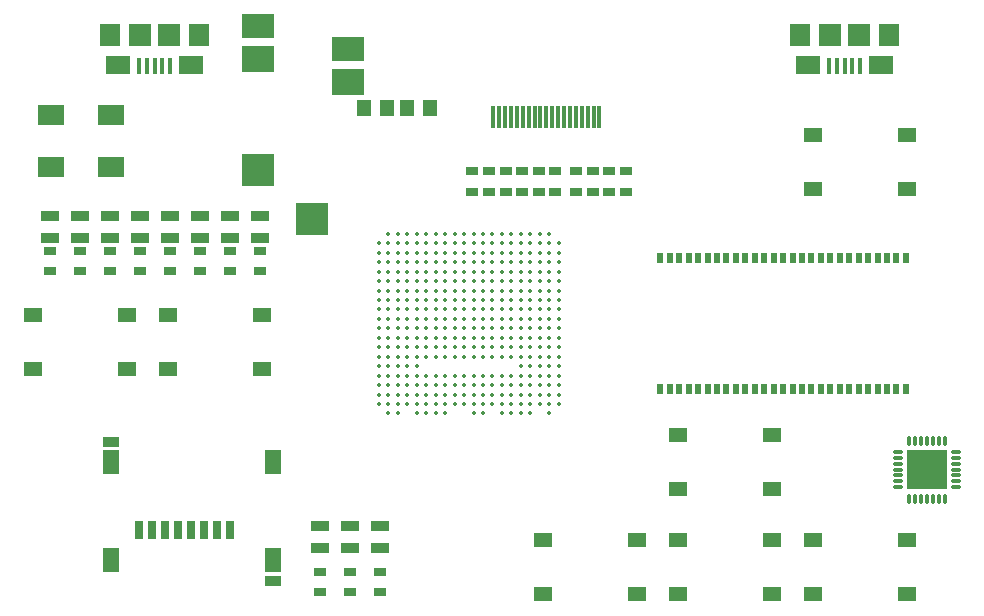
<source format=gtp>
G04 #@! TF.GenerationSoftware,KiCad,Pcbnew,5.0.0-rc2+dfsg1-3*
G04 #@! TF.CreationDate,2018-07-05T08:26:03+02:00*
G04 #@! TF.ProjectId,ulx3s,756C7833732E6B696361645F70636200,rev?*
G04 #@! TF.SameCoordinates,Original*
G04 #@! TF.FileFunction,Paste,Top*
G04 #@! TF.FilePolarity,Positive*
%FSLAX46Y46*%
G04 Gerber Fmt 4.6, Leading zero omitted, Abs format (unit mm)*
G04 Created by KiCad (PCBNEW 5.0.0-rc2+dfsg1-3) date Thu Jul  5 08:26:03 2018*
%MOMM*%
%LPD*%
G01*
G04 APERTURE LIST*
%ADD10R,0.560000X0.900000*%
%ADD11O,0.850000X0.300000*%
%ADD12O,0.300000X0.850000*%
%ADD13R,1.675000X1.675000*%
%ADD14R,1.550000X1.300000*%
%ADD15C,0.350000*%
%ADD16R,2.800000X2.000000*%
%ADD17R,2.800000X2.200000*%
%ADD18R,2.800000X2.800000*%
%ADD19R,0.700000X1.500000*%
%ADD20R,1.450000X0.900000*%
%ADD21R,1.450000X2.000000*%
%ADD22R,2.200000X1.800000*%
%ADD23R,1.000000X0.670000*%
%ADD24R,1.500000X0.970000*%
%ADD25R,0.300000X1.900000*%
%ADD26R,1.295000X1.400000*%
%ADD27R,1.800000X1.900000*%
%ADD28R,0.400000X1.350000*%
%ADD29R,1.900000X1.900000*%
%ADD30R,2.100000X1.600000*%
G04 APERTURE END LIST*
D10*
G04 #@! TO.C,U2*
X175493000Y-82270000D03*
X154693000Y-93330000D03*
X155493000Y-93330000D03*
X156293000Y-93330000D03*
X157093000Y-93330000D03*
X157893000Y-93330000D03*
X158693000Y-93330000D03*
X159493000Y-93330000D03*
X160293000Y-93330000D03*
X161093000Y-93330000D03*
X161893000Y-93330000D03*
X162693000Y-93330000D03*
X163493000Y-93330000D03*
X164293000Y-93330000D03*
X165093000Y-93330000D03*
X165893000Y-93330000D03*
X166693000Y-93330000D03*
X167493000Y-93330000D03*
X168293000Y-93330000D03*
X169093000Y-93330000D03*
X169893000Y-93330000D03*
X170693000Y-93330000D03*
X171493000Y-93330000D03*
X172293000Y-93330000D03*
X173093000Y-93330000D03*
X173893000Y-93330000D03*
X174693000Y-93330000D03*
X175493000Y-93330000D03*
X174693000Y-82270000D03*
X173893000Y-82270000D03*
X173093000Y-82270000D03*
X172293000Y-82270000D03*
X171493000Y-82270000D03*
X170693000Y-82270000D03*
X169893000Y-82270000D03*
X169093000Y-82270000D03*
X168293000Y-82270000D03*
X167493000Y-82270000D03*
X166693000Y-82270000D03*
X165893000Y-82270000D03*
X165093000Y-82270000D03*
X164293000Y-82270000D03*
X163493000Y-82270000D03*
X162693000Y-82270000D03*
X161893000Y-82270000D03*
X161093000Y-82270000D03*
X160293000Y-82270000D03*
X159493000Y-82270000D03*
X158693000Y-82270000D03*
X157893000Y-82270000D03*
X157093000Y-82270000D03*
X156293000Y-82270000D03*
X155493000Y-82270000D03*
X154693000Y-82270000D03*
G04 #@! TD*
D11*
G04 #@! TO.C,U8*
X179735000Y-101655000D03*
X179735000Y-101155000D03*
X179735000Y-100655000D03*
X179735000Y-100155000D03*
X179735000Y-99655000D03*
X179735000Y-99155000D03*
X179735000Y-98655000D03*
D12*
X178785000Y-97705000D03*
X178285000Y-97705000D03*
X177785000Y-97705000D03*
X177285000Y-97705000D03*
X176785000Y-97705000D03*
X176285000Y-97705000D03*
X175785000Y-97705000D03*
D11*
X174835000Y-98655000D03*
X174835000Y-99155000D03*
X174835000Y-99655000D03*
X174835000Y-100155000D03*
X174835000Y-100655000D03*
X174835000Y-101155000D03*
X174835000Y-101655000D03*
D12*
X175785000Y-102605000D03*
X176285000Y-102605000D03*
X176785000Y-102605000D03*
X177285000Y-102605000D03*
X177785000Y-102605000D03*
X178285000Y-102605000D03*
X178785000Y-102605000D03*
D13*
X176447500Y-99317500D03*
X176447500Y-100992500D03*
X178122500Y-99317500D03*
X178122500Y-100992500D03*
G04 #@! TD*
D14*
G04 #@! TO.C,B0*
X175550000Y-71870000D03*
X175550000Y-76370000D03*
X167590000Y-76370000D03*
X167590000Y-71870000D03*
G04 #@! TD*
G04 #@! TO.C,B1*
X101550000Y-91610000D03*
X101550000Y-87110000D03*
X109510000Y-87110000D03*
X109510000Y-91610000D03*
G04 #@! TD*
G04 #@! TO.C,B2*
X112980000Y-91610000D03*
X112980000Y-87110000D03*
X120940000Y-87110000D03*
X120940000Y-91610000D03*
G04 #@! TD*
G04 #@! TO.C,B3*
X156160000Y-101770000D03*
X156160000Y-97270000D03*
X164120000Y-97270000D03*
X164120000Y-101770000D03*
G04 #@! TD*
G04 #@! TO.C,B4*
X164120000Y-106160000D03*
X164120000Y-110660000D03*
X156160000Y-110660000D03*
X156160000Y-106160000D03*
G04 #@! TD*
G04 #@! TO.C,B5*
X152690000Y-106160000D03*
X152690000Y-110660000D03*
X144730000Y-110660000D03*
X144730000Y-106160000D03*
G04 #@! TD*
G04 #@! TO.C,B6*
X175550000Y-106160000D03*
X175550000Y-110660000D03*
X167590000Y-110660000D03*
X167590000Y-106160000D03*
G04 #@! TD*
D15*
G04 #@! TO.C,U1*
X131680000Y-80200000D03*
X132480000Y-80200000D03*
X133280000Y-80200000D03*
X134080000Y-80200000D03*
X134880000Y-80200000D03*
X135680000Y-80200000D03*
X136480000Y-80200000D03*
X137280000Y-80200000D03*
X138080000Y-80200000D03*
X138880000Y-80200000D03*
X139680000Y-80200000D03*
X140480000Y-80200000D03*
X141280000Y-80200000D03*
X142080000Y-80200000D03*
X142880000Y-80200000D03*
X143680000Y-80200000D03*
X144480000Y-80200000D03*
X145280000Y-80200000D03*
X130880000Y-81000000D03*
X131680000Y-81000000D03*
X132480000Y-81000000D03*
X133280000Y-81000000D03*
X134080000Y-81000000D03*
X134880000Y-81000000D03*
X135680000Y-81000000D03*
X136480000Y-81000000D03*
X137280000Y-81000000D03*
X138080000Y-81000000D03*
X138880000Y-81000000D03*
X139680000Y-81000000D03*
X140480000Y-81000000D03*
X141280000Y-81000000D03*
X142080000Y-81000000D03*
X142880000Y-81000000D03*
X143680000Y-81000000D03*
X144480000Y-81000000D03*
X145280000Y-81000000D03*
X146080000Y-81000000D03*
X130880000Y-81800000D03*
X131680000Y-81800000D03*
X132480000Y-81800000D03*
X133280000Y-81800000D03*
X134080000Y-81800000D03*
X134880000Y-81800000D03*
X135680000Y-81800000D03*
X136480000Y-81800000D03*
X137280000Y-81800000D03*
X138080000Y-81800000D03*
X138880000Y-81800000D03*
X139680000Y-81800000D03*
X140480000Y-81800000D03*
X141280000Y-81800000D03*
X142080000Y-81800000D03*
X142880000Y-81800000D03*
X143680000Y-81800000D03*
X144480000Y-81800000D03*
X145280000Y-81800000D03*
X146080000Y-81800000D03*
X130880000Y-82600000D03*
X131680000Y-82600000D03*
X132480000Y-82600000D03*
X133280000Y-82600000D03*
X134080000Y-82600000D03*
X134880000Y-82600000D03*
X135680000Y-82600000D03*
X136480000Y-82600000D03*
X137280000Y-82600000D03*
X138080000Y-82600000D03*
X138880000Y-82600000D03*
X139680000Y-82600000D03*
X140480000Y-82600000D03*
X141280000Y-82600000D03*
X142080000Y-82600000D03*
X142880000Y-82600000D03*
X143680000Y-82600000D03*
X144480000Y-82600000D03*
X145280000Y-82600000D03*
X146080000Y-82600000D03*
X130880000Y-83400000D03*
X131680000Y-83400000D03*
X132480000Y-83400000D03*
X133280000Y-83400000D03*
X134080000Y-83400000D03*
X134880000Y-83400000D03*
X135680000Y-83400000D03*
X136480000Y-83400000D03*
X137280000Y-83400000D03*
X138080000Y-83400000D03*
X138880000Y-83400000D03*
X139680000Y-83400000D03*
X140480000Y-83400000D03*
X141280000Y-83400000D03*
X142080000Y-83400000D03*
X142880000Y-83400000D03*
X143680000Y-83400000D03*
X144480000Y-83400000D03*
X145280000Y-83400000D03*
X146080000Y-83400000D03*
X130880000Y-84200000D03*
X131680000Y-84200000D03*
X132480000Y-84200000D03*
X133280000Y-84200000D03*
X134080000Y-84200000D03*
X134880000Y-84200000D03*
X135680000Y-84200000D03*
X136480000Y-84200000D03*
X137280000Y-84200000D03*
X138080000Y-84200000D03*
X138880000Y-84200000D03*
X139680000Y-84200000D03*
X140480000Y-84200000D03*
X141280000Y-84200000D03*
X142080000Y-84200000D03*
X142880000Y-84200000D03*
X143680000Y-84200000D03*
X144480000Y-84200000D03*
X145280000Y-84200000D03*
X146080000Y-84200000D03*
X130880000Y-85000000D03*
X131680000Y-85000000D03*
X132480000Y-85000000D03*
X133280000Y-85000000D03*
X134080000Y-85000000D03*
X134880000Y-85000000D03*
X135680000Y-85000000D03*
X136480000Y-85000000D03*
X137280000Y-85000000D03*
X138080000Y-85000000D03*
X138880000Y-85000000D03*
X139680000Y-85000000D03*
X140480000Y-85000000D03*
X141280000Y-85000000D03*
X142080000Y-85000000D03*
X142880000Y-85000000D03*
X143680000Y-85000000D03*
X144480000Y-85000000D03*
X145280000Y-85000000D03*
X146080000Y-85000000D03*
X130880000Y-85800000D03*
X131680000Y-85800000D03*
X132480000Y-85800000D03*
X133280000Y-85800000D03*
X134080000Y-85800000D03*
X134880000Y-85800000D03*
X135680000Y-85800000D03*
X136480000Y-85800000D03*
X137280000Y-85800000D03*
X138080000Y-85800000D03*
X138880000Y-85800000D03*
X139680000Y-85800000D03*
X140480000Y-85800000D03*
X141280000Y-85800000D03*
X142080000Y-85800000D03*
X142880000Y-85800000D03*
X143680000Y-85800000D03*
X144480000Y-85800000D03*
X145280000Y-85800000D03*
X146080000Y-85800000D03*
X130880000Y-86600000D03*
X131680000Y-86600000D03*
X132480000Y-86600000D03*
X133280000Y-86600000D03*
X134080000Y-86600000D03*
X134880000Y-86600000D03*
X135680000Y-86600000D03*
X136480000Y-86600000D03*
X137280000Y-86600000D03*
X138080000Y-86600000D03*
X138880000Y-86600000D03*
X139680000Y-86600000D03*
X140480000Y-86600000D03*
X141280000Y-86600000D03*
X142080000Y-86600000D03*
X142880000Y-86600000D03*
X143680000Y-86600000D03*
X144480000Y-86600000D03*
X145280000Y-86600000D03*
X146080000Y-86600000D03*
X130880000Y-87400000D03*
X131680000Y-87400000D03*
X132480000Y-87400000D03*
X133280000Y-87400000D03*
X134080000Y-87400000D03*
X134880000Y-87400000D03*
X135680000Y-87400000D03*
X136480000Y-87400000D03*
X137280000Y-87400000D03*
X138080000Y-87400000D03*
X138880000Y-87400000D03*
X139680000Y-87400000D03*
X140480000Y-87400000D03*
X141280000Y-87400000D03*
X142080000Y-87400000D03*
X142880000Y-87400000D03*
X143680000Y-87400000D03*
X144480000Y-87400000D03*
X145280000Y-87400000D03*
X146080000Y-87400000D03*
X130880000Y-88200000D03*
X131680000Y-88200000D03*
X132480000Y-88200000D03*
X133280000Y-88200000D03*
X134080000Y-88200000D03*
X134880000Y-88200000D03*
X135680000Y-88200000D03*
X136480000Y-88200000D03*
X137280000Y-88200000D03*
X138080000Y-88200000D03*
X138880000Y-88200000D03*
X139680000Y-88200000D03*
X140480000Y-88200000D03*
X141280000Y-88200000D03*
X142080000Y-88200000D03*
X142880000Y-88200000D03*
X143680000Y-88200000D03*
X144480000Y-88200000D03*
X145280000Y-88200000D03*
X146080000Y-88200000D03*
X130880000Y-89000000D03*
X131680000Y-89000000D03*
X132480000Y-89000000D03*
X133280000Y-89000000D03*
X134080000Y-89000000D03*
X134880000Y-89000000D03*
X135680000Y-89000000D03*
X136480000Y-89000000D03*
X137280000Y-89000000D03*
X138080000Y-89000000D03*
X138880000Y-89000000D03*
X139680000Y-89000000D03*
X140480000Y-89000000D03*
X141280000Y-89000000D03*
X142080000Y-89000000D03*
X142880000Y-89000000D03*
X143680000Y-89000000D03*
X144480000Y-89000000D03*
X145280000Y-89000000D03*
X146080000Y-89000000D03*
X130880000Y-89800000D03*
X131680000Y-89800000D03*
X132480000Y-89800000D03*
X133280000Y-89800000D03*
X134080000Y-89800000D03*
X134880000Y-89800000D03*
X135680000Y-89800000D03*
X136480000Y-89800000D03*
X137280000Y-89800000D03*
X138080000Y-89800000D03*
X138880000Y-89800000D03*
X139680000Y-89800000D03*
X140480000Y-89800000D03*
X141280000Y-89800000D03*
X142080000Y-89800000D03*
X142880000Y-89800000D03*
X143680000Y-89800000D03*
X144480000Y-89800000D03*
X145280000Y-89800000D03*
X146080000Y-89800000D03*
X130880000Y-90600000D03*
X131680000Y-90600000D03*
X132480000Y-90600000D03*
X133280000Y-90600000D03*
X134080000Y-90600000D03*
X134880000Y-90600000D03*
X135680000Y-90600000D03*
X136480000Y-90600000D03*
X137280000Y-90600000D03*
X138080000Y-90600000D03*
X138880000Y-90600000D03*
X139680000Y-90600000D03*
X140480000Y-90600000D03*
X141280000Y-90600000D03*
X142080000Y-90600000D03*
X142880000Y-90600000D03*
X143680000Y-90600000D03*
X144480000Y-90600000D03*
X145280000Y-90600000D03*
X146080000Y-90600000D03*
X130880000Y-91400000D03*
X131680000Y-91400000D03*
X132480000Y-91400000D03*
X133280000Y-91400000D03*
X134080000Y-91400000D03*
X142880000Y-91400000D03*
X143680000Y-91400000D03*
X144480000Y-91400000D03*
X145280000Y-91400000D03*
X146080000Y-91400000D03*
X130880000Y-92200000D03*
X131680000Y-92200000D03*
X132480000Y-92200000D03*
X133280000Y-92200000D03*
X134080000Y-92200000D03*
X134880000Y-92200000D03*
X135680000Y-92200000D03*
X136480000Y-92200000D03*
X137280000Y-92200000D03*
X138080000Y-92200000D03*
X138880000Y-92200000D03*
X139680000Y-92200000D03*
X140480000Y-92200000D03*
X141280000Y-92200000D03*
X142080000Y-92200000D03*
X142880000Y-92200000D03*
X143680000Y-92200000D03*
X144480000Y-92200000D03*
X145280000Y-92200000D03*
X146080000Y-92200000D03*
X130880000Y-93000000D03*
X131680000Y-93000000D03*
X132480000Y-93000000D03*
X133280000Y-93000000D03*
X134080000Y-93000000D03*
X134880000Y-93000000D03*
X135680000Y-93000000D03*
X136480000Y-93000000D03*
X137280000Y-93000000D03*
X138080000Y-93000000D03*
X138880000Y-93000000D03*
X139680000Y-93000000D03*
X140480000Y-93000000D03*
X141280000Y-93000000D03*
X142080000Y-93000000D03*
X142880000Y-93000000D03*
X143680000Y-93000000D03*
X144480000Y-93000000D03*
X145280000Y-93000000D03*
X146080000Y-93000000D03*
X130880000Y-93800000D03*
X131680000Y-93800000D03*
X132480000Y-93800000D03*
X133280000Y-93800000D03*
X134080000Y-93800000D03*
X134880000Y-93800000D03*
X135680000Y-93800000D03*
X136480000Y-93800000D03*
X137280000Y-93800000D03*
X138080000Y-93800000D03*
X138880000Y-93800000D03*
X139680000Y-93800000D03*
X140480000Y-93800000D03*
X141280000Y-93800000D03*
X142080000Y-93800000D03*
X142880000Y-93800000D03*
X143680000Y-93800000D03*
X144480000Y-93800000D03*
X145280000Y-93800000D03*
X146080000Y-93800000D03*
X130880000Y-94600000D03*
X131680000Y-94600000D03*
X132480000Y-94600000D03*
X133280000Y-94600000D03*
X134080000Y-94600000D03*
X134880000Y-94600000D03*
X135680000Y-94600000D03*
X136480000Y-94600000D03*
X137280000Y-94600000D03*
X138080000Y-94600000D03*
X138880000Y-94600000D03*
X139680000Y-94600000D03*
X140480000Y-94600000D03*
X141280000Y-94600000D03*
X142080000Y-94600000D03*
X142880000Y-94600000D03*
X143680000Y-94600000D03*
X144480000Y-94600000D03*
X145280000Y-94600000D03*
X146080000Y-94600000D03*
X131680000Y-95400000D03*
X132480000Y-95400000D03*
X134080000Y-95400000D03*
X134880000Y-95400000D03*
X135680000Y-95400000D03*
X136480000Y-95400000D03*
X138880000Y-95400000D03*
X139680000Y-95400000D03*
X141280000Y-95400000D03*
X142080000Y-95400000D03*
X142880000Y-95400000D03*
X143680000Y-95400000D03*
X145280000Y-95400000D03*
G04 #@! TD*
D16*
G04 #@! TO.C,AUDIO1*
X120668000Y-62618000D03*
D17*
X120668000Y-65418000D03*
D18*
X120668000Y-74818000D03*
X125218000Y-78918000D03*
D17*
X128268000Y-67318000D03*
D16*
X128268000Y-64518000D03*
G04 #@! TD*
D19*
G04 #@! TO.C,SD1*
X118250000Y-105250000D03*
X117150000Y-105250000D03*
X116050000Y-105250000D03*
X114950000Y-105250000D03*
X113850000Y-105250000D03*
X112750000Y-105250000D03*
X111650000Y-105250000D03*
X110550000Y-105250000D03*
D20*
X121925000Y-109550000D03*
X108175000Y-97850000D03*
D21*
X108175000Y-107850000D03*
X121925000Y-107850000D03*
X121925000Y-99550000D03*
X108175000Y-99550000D03*
G04 #@! TD*
D22*
G04 #@! TO.C,Y1*
X108212000Y-70160000D03*
X103132000Y-70160000D03*
X103132000Y-74560000D03*
X108212000Y-74560000D03*
G04 #@! TD*
D23*
G04 #@! TO.C,C36*
X150361000Y-76646000D03*
X150361000Y-74896000D03*
G04 #@! TD*
G04 #@! TO.C,C37*
X151758000Y-74896000D03*
X151758000Y-76646000D03*
G04 #@! TD*
G04 #@! TO.C,C38*
X140201000Y-74896000D03*
X140201000Y-76646000D03*
G04 #@! TD*
G04 #@! TO.C,C39*
X142995000Y-76646000D03*
X142995000Y-74896000D03*
G04 #@! TD*
G04 #@! TO.C,C40*
X145789000Y-76646000D03*
X145789000Y-74896000D03*
G04 #@! TD*
G04 #@! TO.C,C41*
X148964000Y-74896000D03*
X148964000Y-76646000D03*
G04 #@! TD*
G04 #@! TO.C,C42*
X138742800Y-76638600D03*
X138742800Y-74888600D03*
G04 #@! TD*
G04 #@! TO.C,C43*
X141598000Y-74896000D03*
X141598000Y-76646000D03*
G04 #@! TD*
G04 #@! TO.C,C44*
X144392000Y-74896000D03*
X144392000Y-76646000D03*
G04 #@! TD*
G04 #@! TO.C,C45*
X147567000Y-76634000D03*
X147567000Y-74884000D03*
G04 #@! TD*
D24*
G04 #@! TO.C,D19*
X130930000Y-106825000D03*
X130930000Y-104915000D03*
G04 #@! TD*
G04 #@! TO.C,D0*
X120770000Y-78644000D03*
X120770000Y-80554000D03*
G04 #@! TD*
G04 #@! TO.C,D1*
X118230000Y-80554000D03*
X118230000Y-78644000D03*
G04 #@! TD*
G04 #@! TO.C,D2*
X115690000Y-78644000D03*
X115690000Y-80554000D03*
G04 #@! TD*
G04 #@! TO.C,D3*
X113150000Y-78644000D03*
X113150000Y-80554000D03*
G04 #@! TD*
G04 #@! TO.C,D4*
X110610000Y-80554000D03*
X110610000Y-78644000D03*
G04 #@! TD*
G04 #@! TO.C,D5*
X108070000Y-80554000D03*
X108070000Y-78644000D03*
G04 #@! TD*
G04 #@! TO.C,D6*
X105545000Y-78644000D03*
X105545000Y-80554000D03*
G04 #@! TD*
G04 #@! TO.C,D7*
X102990000Y-80554000D03*
X102990000Y-78644000D03*
G04 #@! TD*
G04 #@! TO.C,D18*
X128390000Y-106825000D03*
X128390000Y-104915000D03*
G04 #@! TD*
G04 #@! TO.C,D22*
X125850000Y-104915000D03*
X125850000Y-106825000D03*
G04 #@! TD*
D25*
G04 #@! TO.C,GPDI1*
X149546000Y-70312000D03*
X149046000Y-70312000D03*
X148546000Y-70312000D03*
X148046000Y-70312000D03*
X147546000Y-70312000D03*
X147046000Y-70312000D03*
X146546000Y-70312000D03*
X146046000Y-70312000D03*
X145546000Y-70312000D03*
X145046000Y-70312000D03*
X144546000Y-70312000D03*
X144046000Y-70312000D03*
X143546000Y-70312000D03*
X143046000Y-70312000D03*
X142546000Y-70312000D03*
X142046000Y-70312000D03*
X141546000Y-70312000D03*
X141046000Y-70312000D03*
X140546000Y-70312000D03*
G04 #@! TD*
D23*
G04 #@! TO.C,R41*
X120770000Y-83377000D03*
X120770000Y-81627000D03*
G04 #@! TD*
G04 #@! TO.C,R42*
X118230000Y-81627000D03*
X118230000Y-83377000D03*
G04 #@! TD*
G04 #@! TO.C,R43*
X115690000Y-83377000D03*
X115690000Y-81627000D03*
G04 #@! TD*
G04 #@! TO.C,R44*
X113150000Y-81627000D03*
X113150000Y-83377000D03*
G04 #@! TD*
G04 #@! TO.C,R45*
X110610000Y-81627000D03*
X110610000Y-83377000D03*
G04 #@! TD*
G04 #@! TO.C,R46*
X108070000Y-83377000D03*
X108070000Y-81627000D03*
G04 #@! TD*
G04 #@! TO.C,R47*
X105530000Y-81627000D03*
X105530000Y-83377000D03*
G04 #@! TD*
G04 #@! TO.C,R48*
X102990000Y-83377000D03*
X102990000Y-81627000D03*
G04 #@! TD*
G04 #@! TO.C,R36*
X128390000Y-110555000D03*
X128390000Y-108805000D03*
G04 #@! TD*
G04 #@! TO.C,R37*
X130930000Y-110555000D03*
X130930000Y-108805000D03*
G04 #@! TD*
G04 #@! TO.C,R62*
X125850000Y-108805000D03*
X125850000Y-110555000D03*
G04 #@! TD*
D26*
G04 #@! TO.C,RV2*
X131531500Y-69566000D03*
X129596500Y-69566000D03*
G04 #@! TD*
G04 #@! TO.C,RV3*
X133279500Y-69566000D03*
X135214500Y-69566000D03*
G04 #@! TD*
D27*
G04 #@! TO.C,US1*
X108080000Y-63325000D03*
X115680000Y-63325000D03*
D28*
X110580000Y-66000000D03*
X111230000Y-66000000D03*
X111880000Y-66000000D03*
X112530000Y-66000000D03*
X113180000Y-66000000D03*
D29*
X110680000Y-63325000D03*
X113080000Y-63325000D03*
D30*
X108780000Y-65875000D03*
X114980000Y-65875000D03*
G04 #@! TD*
G04 #@! TO.C,US2*
X173400000Y-65875000D03*
X167200000Y-65875000D03*
D29*
X171500000Y-63325000D03*
X169100000Y-63325000D03*
D28*
X171600000Y-66000000D03*
X170950000Y-66000000D03*
X170300000Y-66000000D03*
X169650000Y-66000000D03*
X169000000Y-66000000D03*
D27*
X174100000Y-63325000D03*
X166500000Y-63325000D03*
G04 #@! TD*
M02*

</source>
